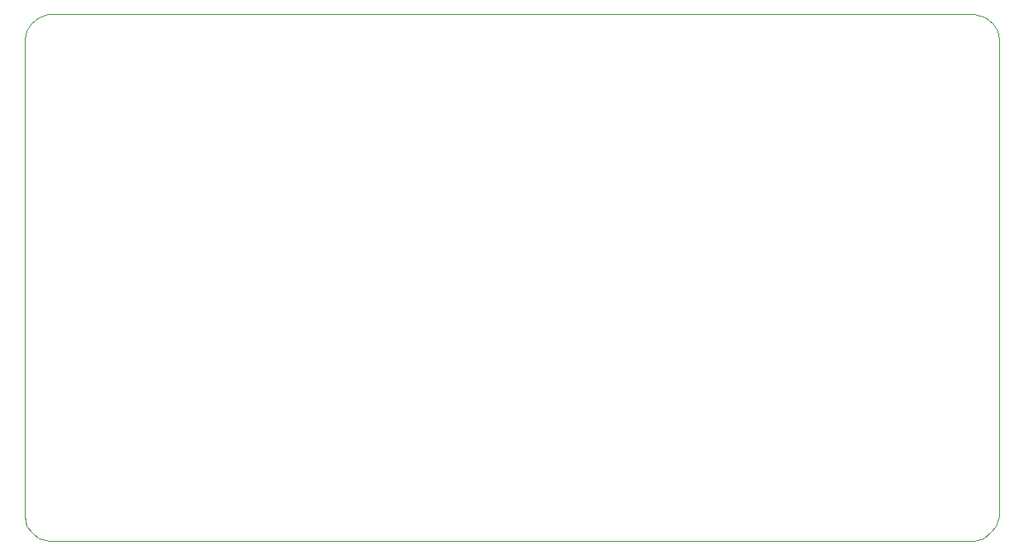
<source format=gbr>
G04 DipTrace 4.2.0.1*
G04 BoardOutline.gbr*
%MOMM*%
G04 #@! TF.FileFunction,Profile*
G04 #@! TF.Part,Single*
%ADD10C,0.12*%
%FSLAX35Y35*%
G04*
G71*
G90*
G75*
G01*
G04 BoardOutline*
%LPD*%
X1063500Y6302250D2*
D10*
X1142873Y6365750D1*
X1238127Y6397500D1*
X10715500D1*
X10826627Y6365750D1*
X10906000Y6302250D1*
X10953627Y6222877D1*
X10969500Y6143500D1*
Y1254000D1*
X10937750Y1158750D1*
X10890127Y1095250D1*
X10810750Y1031750D1*
X10715500Y1000000D1*
X1254000D1*
X1142873Y1031750D1*
X1079373Y1079377D1*
X1015873Y1158750D1*
X1000000Y1254000D1*
Y6143500D1*
X1015873Y6222877D1*
X1063500Y6302250D1*
M02*

</source>
